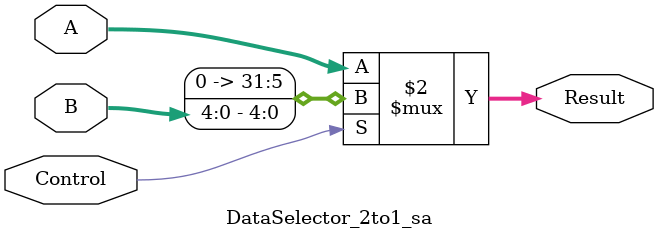
<source format=v>
module DataSelector_2to1_sa(A, B, Control, Result);
  input [31:0] A;
  input [4:0] B;
  input Control;
  output [31:0] Result;
  assign Result = (Control == 1'b0 ? A : {{27{1'b0}}, B[4:0]});
endmodule
</source>
